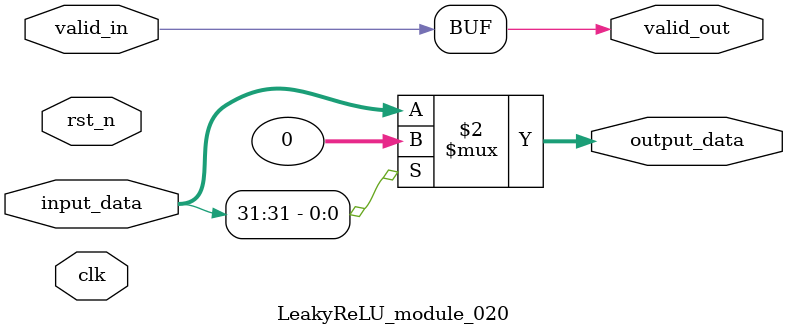
<source format=v>

module LeakyReLU_module_020 (
    input clk,
    input rst_n,
    input valid_in,
    output valid_out,
    // Add specific ports based on operator type
    input [31:0] input_data,
    output [31:0] output_data
);

    // Module implementation would go here
    // This is a template - actual implementation depends on the operator
    
        // ReLU implementation
    assign output_data = (input_data[31] == 1'b1) ? 32'b0 : input_data;
    assign valid_out = valid_in;

endmodule

</source>
